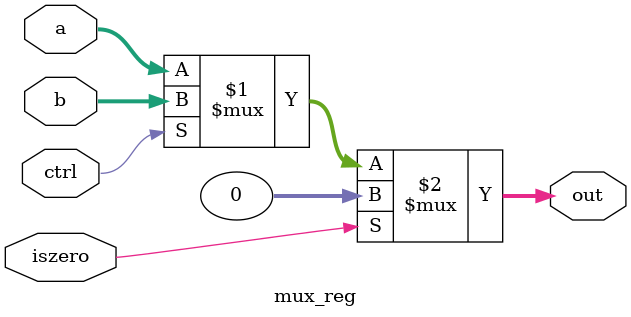
<source format=v>
module mux_reg(
    a,b,out,ctrl,iszero);
    input [31:0] a;
    input [31:0] b;
    output [31:0] out;
    input ctrl;
    input iszero;

    assign out = iszero ? 32'b0 : (ctrl ? b : a);

endmodule

</source>
